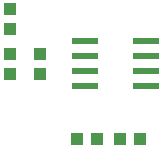
<source format=gtp>
G75*
G70*
%OFA0B0*%
%FSLAX24Y24*%
%IPPOS*%
%LPD*%
%AMOC8*
5,1,8,0,0,1.08239X$1,22.5*
%
%ADD10R,0.0866X0.0236*%
%ADD11R,0.0394X0.0433*%
%ADD12R,0.0433X0.0394*%
D10*
X003622Y003896D03*
X003622Y004396D03*
X003622Y004896D03*
X003622Y005396D03*
X005669Y005396D03*
X005669Y004896D03*
X005669Y004396D03*
X005669Y003896D03*
D11*
X005480Y002146D03*
X004811Y002146D03*
X002146Y004311D03*
X002146Y004981D03*
X001146Y004981D03*
X001146Y004311D03*
D12*
X003361Y002146D03*
X004030Y002146D03*
X001146Y005811D03*
X001146Y006481D03*
M02*

</source>
